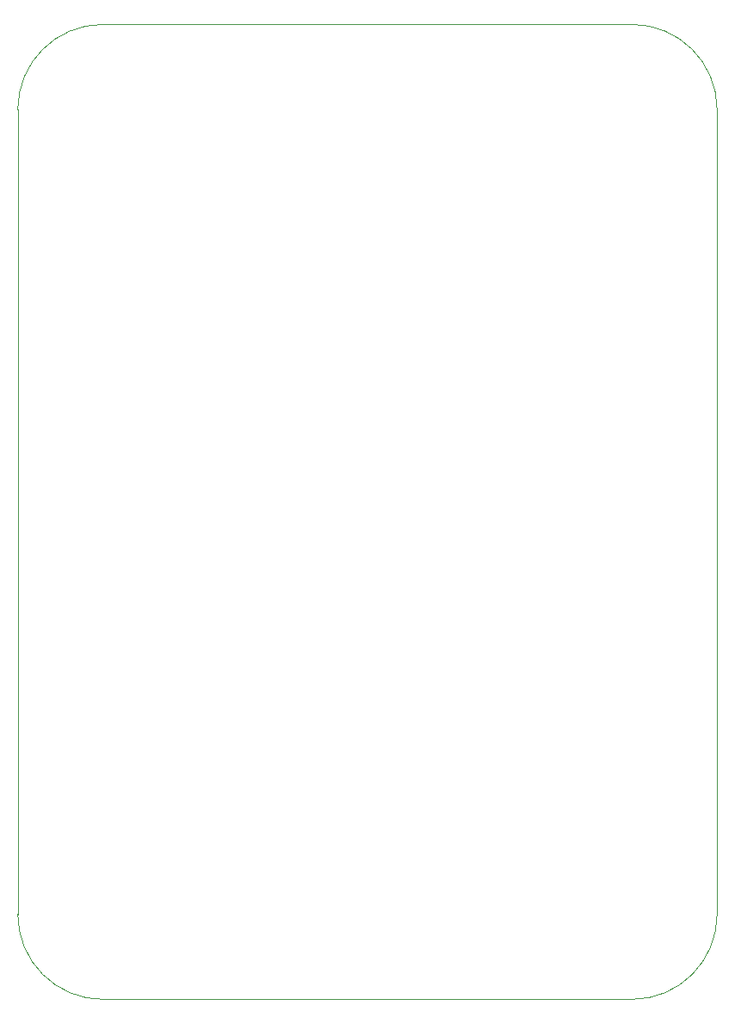
<source format=gbr>
%TF.GenerationSoftware,KiCad,Pcbnew,8.0.7*%
%TF.CreationDate,2025-03-01T11:55:23-05:00*%
%TF.ProjectId,RP2350_V1,52503233-3530-45f5-9631-2e6b69636164,1.1*%
%TF.SameCoordinates,Original*%
%TF.FileFunction,Profile,NP*%
%FSLAX46Y46*%
G04 Gerber Fmt 4.6, Leading zero omitted, Abs format (unit mm)*
G04 Created by KiCad (PCBNEW 8.0.7) date 2025-03-01 11:55:23*
%MOMM*%
%LPD*%
G01*
G04 APERTURE LIST*
%TA.AperFunction,Profile*%
%ADD10C,0.050000*%
%TD*%
G04 APERTURE END LIST*
D10*
X172910000Y-127300000D02*
X120840000Y-127300000D01*
X120840000Y-127300000D02*
G75*
G02*
X112475700Y-118935642I0J8364300D01*
G01*
X112475000Y-39819679D02*
G75*
G02*
X120839358Y-31455320I8364360J-1D01*
G01*
X172910000Y-31455321D02*
G75*
G02*
X181274379Y-39819679I0J-8364379D01*
G01*
X181275000Y-118935642D02*
X181275000Y-39825000D01*
X172910000Y-31455321D02*
X120839358Y-31455321D01*
X112475000Y-118930321D02*
X112475000Y-39819679D01*
X181274358Y-118935642D02*
G75*
G02*
X172910000Y-127299998I-8364358J2D01*
G01*
M02*

</source>
